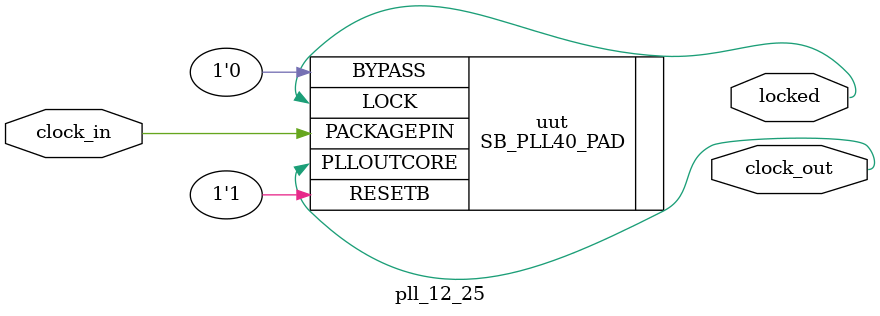
<source format=v>
/**
 * PLL configuration
 *
 * This Verilog module was generated automatically
 * using the icepll tool from the IceStorm project.
 * Use at your own risk.
 *
 * Given input frequency:        12.000 MHz
 * Requested output frequency:   25.000 MHz
 * Achieved output frequency:    25.125 MHz
 *
 * icepll -i 12 -o 25 -p -m -n pll_12_25 -f pll_12_25.v
 */

module pll_12_25(
	input  clock_in,
	output clock_out,
	output locked
	);

`ifndef verilator
SB_PLL40_PAD #(
		.FEEDBACK_PATH("SIMPLE"),
		.DIVR(4'b0000),		// DIVR =  0
		.DIVF(7'b1000010),	// DIVF = 66
		.DIVQ(3'b101),		// DIVQ =  5
		.FILTER_RANGE(3'b001)	// FILTER_RANGE = 1
	) uut (
		.LOCK(locked),
		.RESETB(1'b1),
		.BYPASS(1'b0),
		.PACKAGEPIN(clock_in),
		.PLLOUTCORE(clock_out)
		);
`endif

endmodule

</source>
